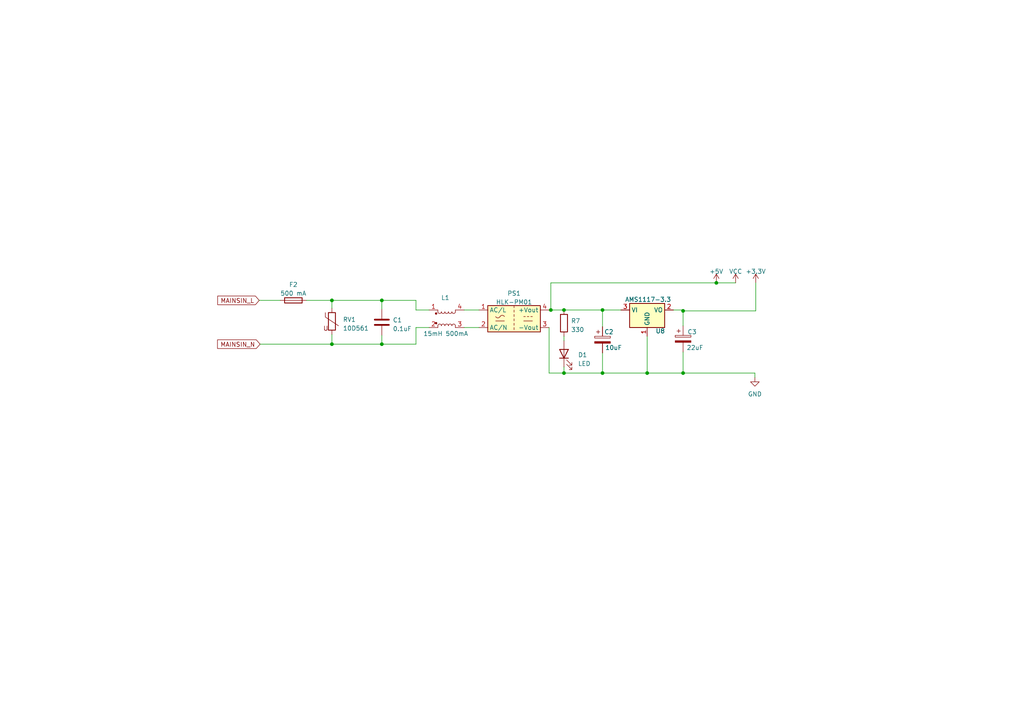
<source format=kicad_sch>
(kicad_sch (version 20230121) (generator eeschema)
  (paper "A4")
  (lib_symbols
    (symbol "Converter_ACDC:HLK-PM01"
      (property "Reference" "PS" (at 0 5.08 0))
      (property "Value" "HLK-PM01" (at 0 -5.08 0))
      (symbol "HLK-PM01_0_1"
        (rectangle (start -7.62 3.81) (end 7.62 -3.81) (stroke (width 0.254)) (fill (type background)))
        (arc (start -5.334 0.635) (mid -4.699 0.2495) (end -4.064 0.635))
        (arc (start -2.794 0.635) (mid -3.429 1.0072) (end -4.064 0.635))
        (polyline (pts (xy -5.334 -0.635) (xy -2.794 -0.635)))
        (polyline (pts (xy 0 -2.54) (xy 0 -3.175)))
        (polyline (pts (xy 0 -1.27) (xy 0 -1.905)))
        (polyline (pts (xy 0 0) (xy 0 -0.635)))
        (polyline (pts (xy 0 1.27) (xy 0 0.635)))
        (polyline (pts (xy 0 2.54) (xy 0 1.905)))
        (polyline (pts (xy 0 3.81) (xy 0 3.175)))
        (polyline (pts (xy 2.794 -0.635) (xy 5.334 -0.635)))
        (polyline (pts (xy 2.794 0.635) (xy 3.302 0.635)))
        (polyline (pts (xy 3.81 0.635) (xy 4.318 0.635)))
        (polyline (pts (xy 4.826 0.635) (xy 5.334 0.635)))
      )
      (symbol "HLK-PM01_1_1"
        (pin power_in line (at -10.16 2.54 0) (length 2.54) (name "AC/L") (number "1"))
        (pin power_in line (at -10.16 -2.54 0) (length 2.54) (name "AC/N") (number "2"))
        (pin power_out line (at 10.16 -2.54 180) (length 2.54) (name "-Vout") (number "3"))
        (pin power_out line (at 10.16 2.54 180) (length 2.54) (name "+Vout") (number "4"))
      )
    )
    (symbol "Device:C" (pin_numbers hide) (pin_names (offset 0.254))
      (property "Reference" "C" (at 0.635 2.54 0))
      (property "Value" "C" (at 0.635 -2.54 0))
      (symbol "C_0_1"
        (polyline (pts (xy -2.032 -0.762) (xy 2.032 -0.762)) (stroke (width 0.508)))
        (polyline (pts (xy -2.032 0.762) (xy 2.032 0.762)) (stroke (width 0.508)))
      )
      (symbol "C_1_1"
        (pin passive line (at 0 3.81 270) (length 2.794) (name "~") (number "1"))
        (pin passive line (at 0 -3.81 90) (length 2.794) (name "~") (number "2"))
      )
    )
    (symbol "Device:C_Polarized" (pin_numbers hide) (pin_names (offset 0.254))
      (property "Reference" "C" (at 0.635 2.54 0))
      (property "Value" "C_Polarized" (at 0.635 -2.54 0))
      (symbol "C_Polarized_0_1"
        (rectangle (start -2.286 0.508) (end 2.286 1.016))
        (polyline (pts (xy -1.778 2.286) (xy -0.762 2.286)))
        (polyline (pts (xy -1.27 2.794) (xy -1.27 1.778)))
        (rectangle (start 2.286 -0.508) (end -2.286 -1.016) (fill (type outline)))
      )
      (symbol "C_Polarized_1_1"
        (pin passive line (at 0 3.81 270) (length 2.794) (name "~") (number "1"))
        (pin passive line (at 0 -3.81 90) (length 2.794) (name "~") (number "2"))
      )
    )
    (symbol "Device:Fuse" (pin_numbers hide) (pin_names (offset 0))
      (property "Reference" "F" (at 2.032 0 90))
      (property "Value" "Fuse" (at -1.905 0 90))
      (symbol "Fuse_0_1"
        (rectangle (start -0.762 -2.54) (end 0.762 2.54) (stroke (width 0.254)))
        (polyline (pts (xy 0 2.54) (xy 0 -2.54)))
      )
      (symbol "Fuse_1_1"
        (pin passive line (at 0 3.81 270) (length 1.27) (name "~") (number "1"))
        (pin passive line (at 0 -3.81 90) (length 1.27) (name "~") (number "2"))
      )
    )
    (symbol "Device:LED" (pin_numbers hide) (pin_names (offset 1.016) hide)
      (property "Reference" "D" (at 0 2.54 0))
      (property "Value" "LED" (at 0 -2.54 0))
      (symbol "LED_0_1"
        (polyline (pts (xy -1.27 -1.27) (xy -1.27 1.27)) (stroke (width 0.254)))
        (polyline (pts (xy -1.27 0) (xy 1.27 0)))
        (polyline (pts (xy 1.27 -1.27) (xy 1.27 1.27) (xy -1.27 0) (xy 1.27 -1.27)) (stroke (width 0.254)))
        (polyline (pts (xy -3.048 -0.762) (xy -4.572 -2.286) (xy -3.81 -2.286) (xy -4.572 -2.286) (xy -4.572 -1.524)))
        (polyline (pts (xy -1.778 -0.762) (xy -3.302 -2.286) (xy -2.54 -2.286) (xy -3.302 -2.286) (xy -3.302 -1.524)))
      )
      (symbol "LED_1_1"
        (pin passive line (at -3.81 0 0) (length 2.54) (name "K") (number "1"))
        (pin passive line (at 3.81 0 180) (length 2.54) (name "A") (number "2"))
      )
    )
    (symbol "Device:L_Coupled_1423" (pin_names (offset 0.254) hide)
      (property "Reference" "L" (at 0 4.445 0))
      (property "Value" "L_Coupled_1423" (at 0 -4.445 0))
      (symbol "L_Coupled_1423_0_1"
        (circle (center -3.048 -1.27) (radius 0.254) (fill (type outline)))
        (circle (center -3.048 1.524) (radius 0.254) (fill (type outline)))
        (arc (start -2.54 2.032) (mid -2.032 1.5262) (end -1.524 2.032))
        (arc (start -1.524 -2.032) (mid -2.032 -1.5262) (end -2.54 -2.032))
        (arc (start -1.524 2.032) (mid -1.016 1.5262) (end -0.508 2.032))
        (arc (start -0.508 -2.032) (mid -1.016 -1.5262) (end -1.524 -2.032))
        (arc (start -0.508 2.032) (mid 0 1.5262) (end 0.508 2.032))
        (polyline (pts (xy -2.54 -2.032) (xy -2.54 -2.54)))
        (polyline (pts (xy -2.54 2.032) (xy -2.54 2.54)))
        (polyline (pts (xy 2.54 -2.032) (xy 2.54 -2.54)))
        (polyline (pts (xy 2.54 2.54) (xy 2.54 2.032)))
        (arc (start 0.508 -2.032) (mid 0 -1.5262) (end -0.508 -2.032))
        (arc (start 0.508 2.032) (mid 1.016 1.5262) (end 1.524 2.032))
        (arc (start 1.524 -2.032) (mid 1.016 -1.5262) (end 0.508 -2.032))
        (arc (start 1.524 2.032) (mid 2.032 1.5262) (end 2.54 2.032))
        (arc (start 2.54 -2.032) (mid 2.032 -1.5262) (end 1.524 -2.032))
      )
      (symbol "L_Coupled_1423_1_1"
        (pin passive line (at -5.08 2.54 0) (length 2.54) (name "1") (number "1"))
        (pin passive line (at -5.08 -2.54 0) (length 2.54) (name "2") (number "2"))
        (pin passive line (at 5.08 -2.54 180) (length 2.54) (name "3") (number "3"))
        (pin passive line (at 5.08 2.54 180) (length 2.54) (name "4") (number "4"))
      )
    )
    (symbol "Device:R" (pin_numbers hide) (pin_names (offset 0))
      (property "Reference" "R" (at 2.032 0 90))
      (property "Value" "R" (at 0 0 90))
      (symbol "R_0_1"
        (rectangle (start -1.016 -2.54) (end 1.016 2.54) (stroke (width 0.254)))
      )
      (symbol "R_1_1"
        (pin passive line (at 0 3.81 270) (length 1.27) (name "~") (number "1"))
        (pin passive line (at 0 -3.81 90) (length 1.27) (name "~") (number "2"))
      )
    )
    (symbol "Device:Varistor" (pin_numbers hide) (pin_names (offset 0))
      (property "Reference" "RV" (at 3.175 0 90))
      (property "Value" "Varistor" (at -3.175 0 90))
      (symbol "Varistor_0_0"
        (text "U" (at -1.778 -2.032 0) (effects (font (size 1.27 1.27))))
      )
      (symbol "Varistor_0_1"
        (rectangle (start -1.016 -2.54) (end 1.016 2.54) (stroke (width 0.254)))
        (polyline (pts (xy -1.905 2.54) (xy -1.905 1.27) (xy 1.905 -1.27)))
      )
      (symbol "Varistor_1_1"
        (pin passive line (at 0 3.81 270) (length 1.27) (name "~") (number "1"))
        (pin passive line (at 0 -3.81 90) (length 1.27) (name "~") (number "2"))
      )
    )
    (symbol "Regulator_Linear:AMS1117-3.3"
      (property "Reference" "U" (at -3.81 3.175 0))
      (property "Value" "AMS1117-3.3" (at 0 3.175 0))
      (symbol "AMS1117-3.3_0_1"
        (rectangle (start -5.08 -5.08) (end 5.08 1.905) (stroke (width 0.254)) (fill (type background)))
      )
      (symbol "AMS1117-3.3_1_1"
        (pin power_in line (at 0 -7.62 90) (length 2.54) (name "GND") (number "1"))
        (pin power_out line (at 7.62 0 180) (length 2.54) (name "VO") (number "2"))
        (pin power_in line (at -7.62 0 0) (length 2.54) (name "VI") (number "3"))
      )
    )
    (symbol "power:+3.3V" (power) (pin_names (offset 0))
      (property "Value" "+3.3V" (at 0 3.556 0))
      (symbol "+3.3V_0_1"
        (polyline (pts (xy -0.762 1.27) (xy 0 2.54)))
        (polyline (pts (xy 0 0) (xy 0 2.54)))
        (polyline (pts (xy 0 2.54) (xy 0.762 1.27)))
      )
      (symbol "+3.3V_1_1"
        (pin power_in line (at 0 0 90) (length 0) hide (name "+3.3V") (number "1"))
      )
    )
    (symbol "power:+5V" (power) (pin_names (offset 0))
      (property "Value" "+5V" (at 0 3.556 0))
      (symbol "+5V_0_1"
        (polyline (pts (xy -0.762 1.27) (xy 0 2.54)))
        (polyline (pts (xy 0 0) (xy 0 2.54)))
        (polyline (pts (xy 0 2.54) (xy 0.762 1.27)))
      )
      (symbol "+5V_1_1"
        (pin power_in line (at 0 0 90) (length 0) hide (name "+5V") (number "1"))
      )
    )
    (symbol "power:GND" (power) (pin_names (offset 0))
      (property "Value" "GND" (at 0 -3.81 0))
      (symbol "GND_0_1"
        (polyline (pts (xy 0 0) (xy 0 -1.27) (xy 1.27 -1.27) (xy 0 -2.54) (xy -1.27 -1.27) (xy 0 -1.27)))
      )
      (symbol "GND_1_1"
        (pin power_in line (at 0 0 270) (length 0) hide (name "GND") (number "1"))
      )
    )
    (symbol "power:VCC" (power) (pin_names (offset 0))
      (property "Value" "VCC" (at 0 3.81 0))
      (symbol "VCC_0_1"
        (polyline (pts (xy -0.762 1.27) (xy 0 2.54)))
        (polyline (pts (xy 0 0) (xy 0 2.54)))
        (polyline (pts (xy 0 2.54) (xy 0.762 1.27)))
      )
      (symbol "VCC_1_1"
        (pin power_in line (at 0 0 90) (length 0) hide (name "VCC") (number "1"))
      )
    )
  )
  (junction (at 174.752 89.916))
  (junction (at 198.12 90.17))
  (junction (at 163.576 108.204))
  (junction (at 110.744 87.122))
  (junction (at 187.706 108.204))
  (junction (at 174.752 108.204))
  (junction (at 110.744 99.822))
  (junction (at 198.12 108.204))
  (junction (at 96.266 87.122))
  (junction (at 96.266 99.822))
  (junction (at 159.766 89.916))
  (junction (at 163.576 89.916))
  (junction (at 207.772 82.042))
  (wire (pts (xy 198.12 102.108) (xy 198.12 108.204)))
  (wire (pts (xy 159.766 82.042) (xy 159.766 89.916)))
  (wire (pts (xy 198.12 108.204) (xy 187.706 108.204)))
  (wire (pts (xy 110.744 87.122) (xy 96.266 87.122)))
  (wire (pts (xy 198.12 89.916) (xy 195.326 89.916)))
  (wire (pts (xy 174.752 94.742) (xy 174.752 89.916)))
  (wire (pts (xy 174.752 89.916) (xy 163.576 89.916)))
  (wire (pts (xy 218.948 108.204) (xy 198.12 108.204)))
  (wire (pts (xy 75.438 99.822) (xy 96.266 99.822)))
  (wire (pts (xy 110.744 87.122) (xy 120.65 87.122)))
  (wire (pts (xy 207.772 82.042) (xy 159.766 82.042)))
  (wire (pts (xy 134.62 89.916) (xy 138.938 89.916)))
  (wire (pts (xy 110.744 89.662) (xy 110.744 87.122)))
  (wire (pts (xy 219.202 90.17) (xy 198.12 90.17)))
  (wire (pts (xy 159.766 89.916) (xy 163.576 89.916)))
  (wire (pts (xy 124.46 89.916) (xy 120.65 89.916)))
  (wire (pts (xy 187.706 97.536) (xy 187.706 108.204)))
  (wire (pts (xy 159.258 89.916) (xy 159.766 89.916)))
  (wire (pts (xy 163.576 97.536) (xy 163.576 98.806)))
  (wire (pts (xy 163.576 89.662) (xy 163.576 89.916)))
  (wire (pts (xy 174.752 89.916) (xy 180.086 89.916)))
  (wire (pts (xy 75.184 87.122) (xy 81.28 87.122)))
  (wire (pts (xy 163.576 108.204) (xy 163.576 106.426)))
  (wire (pts (xy 198.12 90.17) (xy 198.12 89.916)))
  (wire (pts (xy 120.65 89.916) (xy 120.65 87.122)))
  (wire (pts (xy 174.752 102.362) (xy 174.752 108.204)))
  (wire (pts (xy 124.46 94.996) (xy 120.65 94.996)))
  (wire (pts (xy 134.62 94.996) (xy 138.938 94.996)))
  (wire (pts (xy 110.744 97.282) (xy 110.744 99.822)))
  (wire (pts (xy 213.36 82.042) (xy 207.772 82.042)))
  (wire (pts (xy 120.65 94.996) (xy 120.65 99.822)))
  (wire (pts (xy 159.258 108.204) (xy 163.576 108.204)))
  (wire (pts (xy 218.948 108.204) (xy 218.948 109.474)))
  (wire (pts (xy 198.12 94.488) (xy 198.12 90.17)))
  (wire (pts (xy 219.202 82.042) (xy 219.202 90.17)))
  (wire (pts (xy 96.266 97.028) (xy 96.266 99.822)))
  (wire (pts (xy 110.744 99.822) (xy 96.266 99.822)))
  (wire (pts (xy 159.258 94.996) (xy 159.258 108.204)))
  (wire (pts (xy 96.266 87.122) (xy 96.266 89.408)))
  (wire (pts (xy 88.9 87.122) (xy 96.266 87.122)))
  (wire (pts (xy 174.752 108.204) (xy 163.576 108.204)))
  (wire (pts (xy 120.65 99.822) (xy 110.744 99.822)))
  (wire (pts (xy 187.706 108.204) (xy 174.752 108.204)))
  (global_label "MAINSIN_N" (shape input) (at 75.438 99.822 180) (property "Intersheetrefs" "${INTERSHEET_REFS}" (effects hide)))
  (global_label "MAINSIN_L" (shape input) (at 75.184 87.122 180) (property "Intersheetrefs" "${INTERSHEET_REFS}" (effects hide)))
  (symbol (lib_id "Device:C") (at 110.744 93.472 0) (unit 1)
    (property "Reference" "C1" (at 113.919 92.837 0) (effects (justify left)))
    (property "Value" "0.1uF" (at 113.919 95.377 0) (effects (justify left)))
    (property "Footprint" "Capacitor_THT:C_Rect_L11.5mm_W5.0mm_P10.00mm_MKT" (effects hide))
    (instances (project "immersion-controller" (path "" (reference "C1") (unit 1)) (path "" (reference "C4") (unit 1))))
  )
  (symbol (lib_id "Device:Fuse") (at 85.09 87.122 90) (unit 1)
    (property "Reference" "F2" (at 85.09 82.55 90))
    (property "Value" "500 mA" (at 85.09 85.09 90))
    (property "Footprint" "TE5:FUSE_BK_PCE-5-R" (effects hide))
    (instances (project "immersion-controller" (path "" (reference "F2") (unit 1)) (path "" (reference "F3") (unit 1))))
  )
  (symbol (lib_id "Device:C_Polarized") (at 198.12 98.298 0) (unit 1)
    (property "Reference" "C3" (at 199.39 96.266 0) (effects (justify left)))
    (property "Value" "22uF" (at 199.136 100.838 0) (effects (justify left)))
    (property "Footprint" "Capacitor_SMD:C_1206_3216Metric_Pad1.33x1.80mm_HandSolder" (effects hide))
    (instances (project "immersion-controller" (path "" (reference "C3") (unit 1)) (path "" (reference "C6") (unit 1))))
  )
  (symbol (lib_id "Device:L_Coupled_1423") (at 129.54 92.456 0) (unit 1)
    (property "Reference" "L1" (at 129.159 86.36 0))
    (property "Value" "15mH 500mA" (at 129.286 96.774 0))
    (property "Footprint" "Inductor_THT:Choke_Schaffner_RN204-04-9.0x14.0mm" (effects hide))
    (instances (project "immersion-controller" (path "" (reference "L1") (unit 1)) (path "" (reference "L2") (unit 1))))
  )
  (symbol (lib_id "Device:R") (at 163.576 93.726 0) (unit 1)
    (property "Reference" "R7" (at 165.608 93.091 0) (effects (justify left)))
    (property "Value" "330" (at 165.608 95.631 0) (effects (justify left)))
    (property "Footprint" "Resistor_SMD:R_0805_2012Metric" (effects hide))
    (instances (project "immersion-controller" (path "" (reference "R7") (unit 1)) (path "" (reference "R1") (unit 1))))
  )
  (symbol (lib_id "Device:C_Polarized") (at 174.752 98.552 0) (unit 1)
    (property "Reference" "C2" (at 175.26 96.266 0) (effects (justify left)))
    (property "Value" "10uF" (at 175.514 100.838 0) (effects (justify left)))
    (property "Footprint" "Capacitor_SMD:C_0805_2012Metric" (effects hide))
    (instances (project "immersion-controller" (path "" (reference "C2") (unit 1)) (path "" (reference "C5") (unit 1))))
  )
  (symbol (lib_id "power:GND") (at 218.948 109.474 0) (unit 1)
    (property "Reference" "#PWR06" (effects hide))
    (property "Value" "GND" (at 218.948 114.3 0))
    (instances (project "immersion-controller" (path "" (reference "#PWR06") (unit 1)) (path "" (reference "#PWR02") (unit 1))))
  )
  (symbol (lib_id "power:+5V") (at 207.772 82.042 0) (unit 1)
    (property "Reference" "#PWR027" (effects hide))
    (property "Value" "+5V" (at 207.772 78.74 0))
  )
  (symbol (lib_id "Device:LED") (at 163.576 102.616 90) (unit 1)
    (property "Reference" "D1" (at 167.64 102.9335 90) (effects (justify right)))
    (property "Value" "LED" (at 167.64 105.4735 90) (effects (justify right)))
    (property "Footprint" "LED_THT:LED_D5.0mm_Clear" (effects hide))
  )
  (symbol (lib_id "Converter_ACDC:HLK-PM01") (at 149.098 92.456 0) (unit 1)
    (property "Reference" "PS1" (at 149.098 85.09 0))
    (property "Value" "HLK-PM01" (at 149.098 87.63 0))
    (property "Footprint" "Converter_ACDC:Converter_ACDC_HiLink_HLK-PMxx" (effects hide))
    (property "Datasheet" "http://www.hlktech.net/product_detail.php?ProId=54" (effects hide))
    (instances (project "immersion-controller" (path "" (reference "PS1") (unit 1)) (path "" (reference "PS2") (unit 1))))
  )
  (symbol (lib_id "power:+3.3V") (at 219.202 82.042 0) (unit 1)
    (property "Reference" "#PWR07" (effects hide))
    (property "Value" "+3.3V" (at 219.202 78.74 0))
    (instances (project "immersion-controller" (path "" (reference "#PWR07") (unit 1)) (path "" (reference "#PWR03") (unit 1))))
  )
  (symbol (lib_id "power:VCC") (at 213.36 82.042 0) (unit 1)
    (property "Reference" "#PWR05" (effects hide))
    (property "Value" "VCC" (at 213.36 78.74 0))
    (instances (project "immersion-controller" (path "" (reference "#PWR05") (unit 1)) (path "" (reference "#PWR01") (unit 1))))
  )
  (symbol (lib_id "Device:Varistor") (at 96.266 93.218 0) (unit 1)
    (property "Reference" "RV1" (at 99.441 92.6822 0) (effects (justify left)))
    (property "Value" "10D561" (at 99.441 95.2222 0) (effects (justify left)))
    (property "Footprint" "Varistor:RV_Disc_D7mm_W5.7mm_P5mm" (effects hide))
    (property "Sim.Name" "kicad_builtin_varistor" (effects hide))
    (property "Sim.Device" "SUBCKT" (effects hide))
    (property "Sim.Pins" "1=A 2=B" (effects hide))
    (property "Sim.Params" "threshold=1k" (effects hide))
    (property "Sim.Library" "${KICAD7_SYMBOL_DIR}/Simulation_SPICE.sp" (effects hide))
    (instances (project "immersion-controller" (path "" (reference "RV1") (unit 1)) (path "" (reference "RV2") (unit 1))))
  )
  (symbol (lib_id "Regulator_Linear:AMS1117-3.3") (at 187.706 89.916 0) (unit 1)
    (property "Reference" "U8" (at 191.516 96.012 0))
    (property "Value" "AMS1117-3.3" (at 187.96 86.868 0))
    (property "Footprint" "Package_TO_SOT_SMD:SOT-223-3_TabPin2" (effects hide))
    (property "Datasheet" "http://www.advanced-monolithic.com/pdf/ds1117.pdf" (effects hide))
    (instances (project "immersion-controller" (path "" (reference "U8") (unit 1)) (path "" (reference "U6") (unit 1))))
  )
)
</source>
